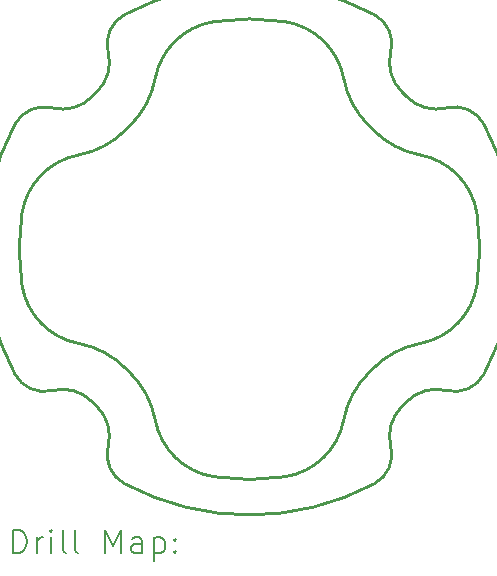
<source format=gbr>
%TF.GenerationSoftware,KiCad,Pcbnew,7.0.6*%
%TF.CreationDate,2023-08-09T16:46:37+09:30*%
%TF.ProjectId,interior-lighting,696e7465-7269-46f7-922d-6c6967687469,V1.0*%
%TF.SameCoordinates,Original*%
%TF.FileFunction,Drillmap*%
%TF.FilePolarity,Positive*%
%FSLAX45Y45*%
G04 Gerber Fmt 4.5, Leading zero omitted, Abs format (unit mm)*
G04 Created by KiCad (PCBNEW 7.0.6) date 2023-08-09 16:46:37*
%MOMM*%
%LPD*%
G01*
G04 APERTURE LIST*
%ADD10C,0.250000*%
%ADD11C,0.200000*%
G04 APERTURE END LIST*
D10*
X11669438Y-11195495D02*
G75*
G03*
X11986440Y-11055673I69622J271415D01*
G01*
X8803505Y-11668438D02*
G75*
G03*
X8708216Y-11330285I-339025J86968D01*
G01*
X10301341Y-11925581D02*
G75*
G03*
X10798352Y-11443311I-92731J592802D01*
G01*
X8943328Y-8012561D02*
G75*
G03*
X8803506Y-8329562I131592J-247379D01*
G01*
X11291783Y-11330284D02*
G75*
G03*
X11196494Y-11668438I243737J-251186D01*
G01*
X10301340Y-8072424D02*
G75*
G03*
X9698660Y-8072424I-301340J-1926575D01*
G01*
X8803505Y-11668438D02*
G75*
G03*
X8943327Y-11985440I271415J-69622D01*
G01*
X9201654Y-11443310D02*
G75*
G03*
X9698660Y-11925576I589726J110520D01*
G01*
X11926576Y-10300340D02*
G75*
G03*
X11926576Y-9697660I-1926576J301340D01*
G01*
X11669438Y-11195495D02*
G75*
G03*
X11331285Y-11290784I-86968J-339025D01*
G01*
X8955785Y-11012232D02*
G75*
G03*
X8986768Y-11043215I1043655J1012672D01*
G01*
X8986767Y-8954784D02*
G75*
G03*
X9201648Y-8554689I-522277J538254D01*
G01*
X11331284Y-8707217D02*
G75*
G03*
X11669438Y-8802506I251186J243737D01*
G01*
X11926581Y-9697659D02*
G75*
G03*
X11444311Y-9200648I-592802J-92731D01*
G01*
X8330562Y-8802505D02*
G75*
G03*
X8668715Y-8707216I86968J339025D01*
G01*
X8943327Y-11985440D02*
G75*
G03*
X11056673Y-11985440I1056673J1986440D01*
G01*
X11444311Y-10797351D02*
G75*
G03*
X11044215Y-11012232I138169J-737179D01*
G01*
X8330562Y-8802505D02*
G75*
G03*
X8013560Y-8942327I-69622J-271415D01*
G01*
X8986768Y-8954785D02*
G75*
G03*
X8955785Y-8985768I1012672J-1043655D01*
G01*
X8668715Y-11290784D02*
G75*
G03*
X8708216Y-11330285I1330855J1291354D01*
G01*
X11196495Y-8329562D02*
G75*
G03*
X11056673Y-8012560I-271415J69622D01*
G01*
X8073418Y-10300341D02*
G75*
G03*
X8555689Y-10797352I592802J92731D01*
G01*
X10798351Y-8554689D02*
G75*
G03*
X11013232Y-8954785I737179J138169D01*
G01*
X11044217Y-8985767D02*
G75*
G03*
X11444311Y-9200648I538253J522277D01*
G01*
X8708216Y-8667715D02*
G75*
G03*
X8668715Y-8707216I1291354J-1330855D01*
G01*
X9698660Y-11925576D02*
G75*
G03*
X10301340Y-11925576I301340J1926575D01*
G01*
X11013233Y-11043217D02*
G75*
G03*
X10798352Y-11443311I522277J-538253D01*
G01*
X8013561Y-11055672D02*
G75*
G03*
X8330562Y-11195494I247379J131592D01*
G01*
X11444310Y-10797346D02*
G75*
G03*
X11926576Y-10300340I-110520J589726D01*
G01*
X8555689Y-9200649D02*
G75*
G03*
X8955785Y-8985768I-138169J737179D01*
G01*
X8708217Y-8667716D02*
G75*
G03*
X8803506Y-8329562I-243737J251186D01*
G01*
X11291784Y-11330285D02*
G75*
G03*
X11331285Y-11290784I-1291354J1330855D01*
G01*
X11044215Y-8985768D02*
G75*
G03*
X11013232Y-8954785I-1043655J-1012672D01*
G01*
X8668716Y-11290783D02*
G75*
G03*
X8330562Y-11195494I-251186J-243737D01*
G01*
X10798346Y-8554690D02*
G75*
G03*
X10301340Y-8072424I-589726J-110520D01*
G01*
X11056672Y-11985439D02*
G75*
G03*
X11196494Y-11668438I-131592J247379D01*
G01*
X8955784Y-11012233D02*
G75*
G03*
X8555689Y-10797352I-538254J-522277D01*
G01*
X8555690Y-9200654D02*
G75*
G03*
X8073424Y-9697660I110520J-589726D01*
G01*
X9698660Y-8072424D02*
G75*
G03*
X9201648Y-8554689I92726J-592799D01*
G01*
X11331285Y-8707216D02*
G75*
G03*
X11291784Y-8667715I-1330855J-1291354D01*
G01*
X8073424Y-9697660D02*
G75*
G03*
X8073424Y-10300340I1926576J-301340D01*
G01*
X11196495Y-8329562D02*
G75*
G03*
X11291784Y-8667715I339025J-86968D01*
G01*
X11013232Y-11043215D02*
G75*
G03*
X11044215Y-11012232I-1012672J1043655D01*
G01*
X9201649Y-11443311D02*
G75*
G03*
X8986768Y-11043215I-737179J-138169D01*
G01*
X8013560Y-8942327D02*
G75*
G03*
X8013560Y-11055673I1986440J-1056673D01*
G01*
X11986440Y-11055673D02*
G75*
G03*
X11986440Y-8942327I-1986440J1056673D01*
G01*
X11056673Y-8012560D02*
G75*
G03*
X8943327Y-8012560I-1056673J-1986440D01*
G01*
X11986439Y-8942328D02*
G75*
G03*
X11669438Y-8802506I-247379J-131592D01*
G01*
D11*
X7998277Y-12572984D02*
X7998277Y-12372984D01*
X7998277Y-12372984D02*
X8045896Y-12372984D01*
X8045896Y-12372984D02*
X8074467Y-12382508D01*
X8074467Y-12382508D02*
X8093515Y-12401555D01*
X8093515Y-12401555D02*
X8103039Y-12420603D01*
X8103039Y-12420603D02*
X8112562Y-12458698D01*
X8112562Y-12458698D02*
X8112562Y-12487269D01*
X8112562Y-12487269D02*
X8103039Y-12525365D01*
X8103039Y-12525365D02*
X8093515Y-12544412D01*
X8093515Y-12544412D02*
X8074467Y-12563460D01*
X8074467Y-12563460D02*
X8045896Y-12572984D01*
X8045896Y-12572984D02*
X7998277Y-12572984D01*
X8198277Y-12572984D02*
X8198277Y-12439650D01*
X8198277Y-12477746D02*
X8207801Y-12458698D01*
X8207801Y-12458698D02*
X8217324Y-12449174D01*
X8217324Y-12449174D02*
X8236372Y-12439650D01*
X8236372Y-12439650D02*
X8255420Y-12439650D01*
X8322086Y-12572984D02*
X8322086Y-12439650D01*
X8322086Y-12372984D02*
X8312562Y-12382508D01*
X8312562Y-12382508D02*
X8322086Y-12392031D01*
X8322086Y-12392031D02*
X8331610Y-12382508D01*
X8331610Y-12382508D02*
X8322086Y-12372984D01*
X8322086Y-12372984D02*
X8322086Y-12392031D01*
X8445896Y-12572984D02*
X8426848Y-12563460D01*
X8426848Y-12563460D02*
X8417324Y-12544412D01*
X8417324Y-12544412D02*
X8417324Y-12372984D01*
X8550658Y-12572984D02*
X8531610Y-12563460D01*
X8531610Y-12563460D02*
X8522086Y-12544412D01*
X8522086Y-12544412D02*
X8522086Y-12372984D01*
X8779229Y-12572984D02*
X8779229Y-12372984D01*
X8779229Y-12372984D02*
X8845896Y-12515841D01*
X8845896Y-12515841D02*
X8912563Y-12372984D01*
X8912563Y-12372984D02*
X8912563Y-12572984D01*
X9093515Y-12572984D02*
X9093515Y-12468222D01*
X9093515Y-12468222D02*
X9083991Y-12449174D01*
X9083991Y-12449174D02*
X9064944Y-12439650D01*
X9064944Y-12439650D02*
X9026848Y-12439650D01*
X9026848Y-12439650D02*
X9007801Y-12449174D01*
X9093515Y-12563460D02*
X9074467Y-12572984D01*
X9074467Y-12572984D02*
X9026848Y-12572984D01*
X9026848Y-12572984D02*
X9007801Y-12563460D01*
X9007801Y-12563460D02*
X8998277Y-12544412D01*
X8998277Y-12544412D02*
X8998277Y-12525365D01*
X8998277Y-12525365D02*
X9007801Y-12506317D01*
X9007801Y-12506317D02*
X9026848Y-12496793D01*
X9026848Y-12496793D02*
X9074467Y-12496793D01*
X9074467Y-12496793D02*
X9093515Y-12487269D01*
X9188753Y-12439650D02*
X9188753Y-12639650D01*
X9188753Y-12449174D02*
X9207801Y-12439650D01*
X9207801Y-12439650D02*
X9245896Y-12439650D01*
X9245896Y-12439650D02*
X9264944Y-12449174D01*
X9264944Y-12449174D02*
X9274467Y-12458698D01*
X9274467Y-12458698D02*
X9283991Y-12477746D01*
X9283991Y-12477746D02*
X9283991Y-12534888D01*
X9283991Y-12534888D02*
X9274467Y-12553936D01*
X9274467Y-12553936D02*
X9264944Y-12563460D01*
X9264944Y-12563460D02*
X9245896Y-12572984D01*
X9245896Y-12572984D02*
X9207801Y-12572984D01*
X9207801Y-12572984D02*
X9188753Y-12563460D01*
X9369705Y-12553936D02*
X9379229Y-12563460D01*
X9379229Y-12563460D02*
X9369705Y-12572984D01*
X9369705Y-12572984D02*
X9360182Y-12563460D01*
X9360182Y-12563460D02*
X9369705Y-12553936D01*
X9369705Y-12553936D02*
X9369705Y-12572984D01*
X9369705Y-12449174D02*
X9379229Y-12458698D01*
X9379229Y-12458698D02*
X9369705Y-12468222D01*
X9369705Y-12468222D02*
X9360182Y-12458698D01*
X9360182Y-12458698D02*
X9369705Y-12449174D01*
X9369705Y-12449174D02*
X9369705Y-12468222D01*
M02*

</source>
